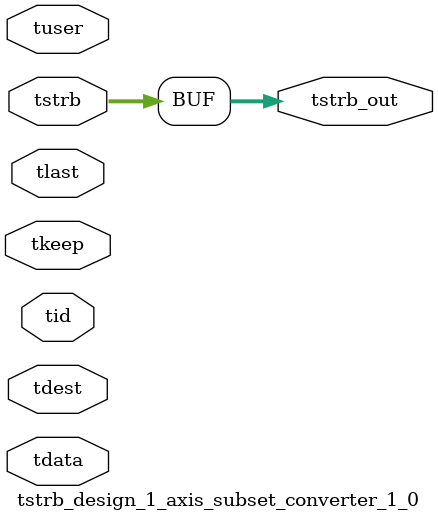
<source format=v>


`timescale 1ps/1ps

module tstrb_design_1_axis_subset_converter_1_0 #
(
parameter C_S_AXIS_TDATA_WIDTH = 32,
parameter C_S_AXIS_TUSER_WIDTH = 0,
parameter C_S_AXIS_TID_WIDTH   = 0,
parameter C_S_AXIS_TDEST_WIDTH = 0,
parameter C_M_AXIS_TDATA_WIDTH = 32
)
(
input  [(C_S_AXIS_TDATA_WIDTH == 0 ? 1 : C_S_AXIS_TDATA_WIDTH)-1:0     ] tdata,
input  [(C_S_AXIS_TUSER_WIDTH == 0 ? 1 : C_S_AXIS_TUSER_WIDTH)-1:0     ] tuser,
input  [(C_S_AXIS_TID_WIDTH   == 0 ? 1 : C_S_AXIS_TID_WIDTH)-1:0       ] tid,
input  [(C_S_AXIS_TDEST_WIDTH == 0 ? 1 : C_S_AXIS_TDEST_WIDTH)-1:0     ] tdest,
input  [(C_S_AXIS_TDATA_WIDTH/8)-1:0 ] tkeep,
input  [(C_S_AXIS_TDATA_WIDTH/8)-1:0 ] tstrb,
input                                                                    tlast,
output [(C_M_AXIS_TDATA_WIDTH/8)-1:0 ] tstrb_out
);

assign tstrb_out = {tstrb[3:0]};

endmodule


</source>
